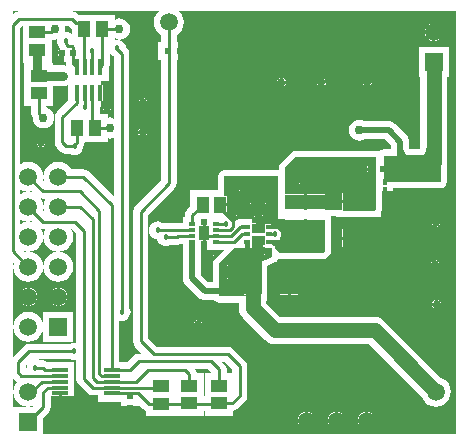
<source format=gtl>
G04 Layer_Physical_Order=1*
G04 Layer_Color=255*
%FSLAX44Y44*%
%MOMM*%
G71*
G01*
G75*
%ADD10R,0.6000X0.5000*%
%ADD11R,0.3000X0.5000*%
%ADD12R,3.4000X1.3000*%
%ADD13R,1.1000X1.4000*%
%ADD14R,0.4500X1.4000*%
%ADD15R,0.4500X1.4000*%
%ADD16R,0.4500X1.4000*%
%ADD17R,1.4000X1.1000*%
%ADD18R,0.4700X0.3500*%
%ADD19R,1.4000X0.3500*%
%ADD20R,0.5000X0.3000*%
%ADD21R,0.9000X1.3000*%
%ADD22R,1.5000X2.8000*%
%ADD23R,2.8000X1.5000*%
%ADD24R,0.5000X0.6000*%
%ADD25C,0.5080*%
%ADD26C,0.2540*%
%ADD27C,0.7620*%
%ADD28C,0.3810*%
%ADD29C,1.2700*%
%ADD30R,4.8387X2.2987*%
%ADD31R,0.3780X0.4630*%
%ADD32R,0.4826X0.3048*%
%ADD33C,0.7620*%
%ADD34C,0.4572*%
%ADD35C,1.5000*%
%ADD36R,1.5000X1.5000*%
%ADD37R,1.5000X1.5000*%
%ADD38C,0.6000*%
G36*
X55620Y351022D02*
X57104Y350030D01*
Y345684D01*
X55658Y346794D01*
X53866Y347536D01*
X51943Y347790D01*
X51095Y347678D01*
X51206Y347945D01*
X51512Y350266D01*
X51225Y352443D01*
X54199D01*
X55620Y351022D01*
D02*
G37*
G36*
X130220Y364953D02*
X128203Y362325D01*
X126936Y359265D01*
X126503Y355981D01*
X126936Y352697D01*
X128203Y349637D01*
X130220Y347009D01*
X132718Y345092D01*
Y338923D01*
X130303D01*
Y323763D01*
X132718D01*
Y222265D01*
X110738Y200285D01*
X109334Y198185D01*
X108842Y195707D01*
Y85979D01*
X109334Y83501D01*
X110738Y81401D01*
X116703Y75435D01*
X113538D01*
X111060Y74943D01*
X108960Y73539D01*
X103584Y68163D01*
X102914D01*
Y68519D01*
X97308D01*
Y103475D01*
X97391Y103441D01*
X99314Y103187D01*
X101237Y103441D01*
X103029Y104183D01*
X104567Y105364D01*
X105748Y106902D01*
X106490Y108694D01*
X106744Y110617D01*
X106490Y112540D01*
X105788Y114235D01*
Y329311D01*
X105296Y331789D01*
X103892Y333889D01*
X102495Y335286D01*
X102426Y335806D01*
X101684Y337598D01*
X100504Y339137D01*
X98965Y340317D01*
X97173Y341059D01*
X95250Y341313D01*
X93327Y341059D01*
X93264Y341033D01*
Y342308D01*
X94961Y341605D01*
X97282Y341299D01*
X99603Y341605D01*
X101765Y342501D01*
X103622Y343926D01*
X105047Y345783D01*
X105943Y347945D01*
X106249Y350266D01*
X105943Y352587D01*
X105047Y354749D01*
X103622Y356606D01*
X101765Y358031D01*
X99603Y358927D01*
X97282Y359233D01*
X94961Y358927D01*
X93264Y358224D01*
Y362219D01*
X62735D01*
X61459Y363495D01*
X59359Y364899D01*
X56881Y365391D01*
X12334D01*
X9856Y364899D01*
X7756Y363495D01*
X7045Y362785D01*
Y365700D01*
X131193D01*
X130220Y364953D01*
D02*
G37*
G36*
X44513Y340360D02*
X44767Y338437D01*
X45509Y336645D01*
X45690Y336409D01*
X45961Y335044D01*
X47365Y332943D01*
X47608Y332700D01*
X45340D01*
Y331470D01*
X48340D01*
Y330200D01*
X49610D01*
Y327700D01*
X50260D01*
Y322620D01*
X51866D01*
Y320989D01*
X52211Y319254D01*
X51463Y319564D01*
X49142Y319870D01*
X40909D01*
Y321356D01*
X36780D01*
Y321772D01*
X39893D01*
Y336772D01*
Y340930D01*
X40822Y341115D01*
X42067Y341362D01*
X42545Y341299D01*
X44674Y341580D01*
X44513Y340360D01*
D02*
G37*
G36*
X89158Y338044D02*
Y338059D01*
X89170D01*
X89158Y338044D01*
D02*
G37*
G36*
X62512Y278898D02*
X62997Y278526D01*
X61114D01*
X62067Y279478D01*
X62512Y278898D01*
D02*
G37*
G36*
X89997Y328629D02*
X91535Y327449D01*
X92363Y327106D01*
X92840Y326629D01*
Y274489D01*
X91348Y275107D01*
X89027Y275413D01*
X87295Y275185D01*
Y278526D01*
X80844D01*
Y283879D01*
X81700D01*
Y288959D01*
X83120D01*
Y302959D01*
X81700D01*
Y305879D01*
X88200D01*
Y316599D01*
X88666Y317295D01*
X89158Y319773D01*
Y329722D01*
X89997Y328629D01*
D02*
G37*
G36*
X13722Y214182D02*
X16782Y212915D01*
X20066Y212482D01*
X23187Y212893D01*
X24551Y211530D01*
X23350Y212027D01*
X20066Y212460D01*
X16782Y212027D01*
X13722Y210760D01*
X13332Y210461D01*
Y214481D01*
X13722Y214182D01*
D02*
G37*
G36*
X15733Y336772D02*
Y321772D01*
X18846D01*
Y321356D01*
X16749D01*
Y300196D01*
Y285196D01*
X22355D01*
Y279273D01*
X22847Y276795D01*
X23931Y275174D01*
X24232Y272888D01*
X25128Y270726D01*
X26553Y268869D01*
X28410Y267444D01*
X30572Y266548D01*
X32893Y266242D01*
X35214Y266548D01*
X37376Y267444D01*
X39233Y268869D01*
X40658Y270726D01*
X41554Y272888D01*
X41860Y275209D01*
X41554Y277530D01*
X40658Y279692D01*
X39233Y281549D01*
X37376Y282974D01*
X35303Y283833D01*
Y285196D01*
X40909D01*
Y300196D01*
Y301936D01*
X49142D01*
X51463Y302242D01*
X53625Y303138D01*
X54040Y303456D01*
Y289764D01*
X44444Y280168D01*
X43040Y278068D01*
X42548Y275590D01*
Y254381D01*
X43040Y251903D01*
X44444Y249803D01*
X47746Y246501D01*
X49846Y245097D01*
X52324Y244605D01*
X55818D01*
X57513Y243903D01*
X59436Y243649D01*
X61359Y243903D01*
X63151Y244645D01*
X64689Y245826D01*
X65870Y247364D01*
X66612Y249156D01*
X66796Y250548D01*
X67697Y251896D01*
X68188Y254366D01*
X87295D01*
Y257707D01*
X89027Y257479D01*
X91348Y257785D01*
X92840Y258403D01*
Y208290D01*
X71380Y229749D01*
X69280Y231153D01*
X66802Y231645D01*
X56355D01*
X54438Y234143D01*
X51810Y236160D01*
X48750Y237427D01*
X45466Y237859D01*
X42182Y237427D01*
X39122Y236160D01*
X36494Y234143D01*
X34477Y231515D01*
X33210Y228455D01*
X32778Y225171D01*
X33210Y221887D01*
X33707Y220686D01*
X32344Y222050D01*
X32754Y225171D01*
X32322Y228455D01*
X31055Y231515D01*
X29038Y234143D01*
X26410Y236160D01*
X23350Y237427D01*
X20066Y237859D01*
X16782Y237427D01*
X13722Y236160D01*
X13332Y235861D01*
Y350759D01*
X15016Y352443D01*
X15733D01*
Y336772D01*
D02*
G37*
G36*
X61077Y206245D02*
X56355D01*
X56156Y206505D01*
X60818D01*
X61077Y206245D01*
D02*
G37*
G36*
X32258Y206505D02*
X34776D01*
X34477Y206115D01*
X33210Y203055D01*
X32778Y199771D01*
X33210Y196487D01*
X33707Y195286D01*
X32344Y196650D01*
X32754Y199771D01*
X32322Y203055D01*
X31055Y206115D01*
X30485Y206857D01*
X32258Y206505D01*
D02*
G37*
G36*
X61802Y193075D02*
X60687Y193297D01*
X61580D01*
X61802Y193075D01*
D02*
G37*
G36*
X13722Y188782D02*
X16782Y187515D01*
X20066Y187083D01*
X23187Y187493D01*
X24551Y186130D01*
X23350Y186627D01*
X20066Y187059D01*
X16782Y186627D01*
X13722Y185360D01*
X13332Y185061D01*
Y189081D01*
X13722Y188782D01*
D02*
G37*
G36*
X32766Y180597D02*
X34428D01*
X33210Y177655D01*
X32778Y174371D01*
X33210Y171087D01*
X34477Y168027D01*
X36494Y165399D01*
X39122Y163382D01*
X42182Y162115D01*
X45466Y161682D01*
X48750Y162115D01*
X51810Y163382D01*
X54438Y165399D01*
X56455Y168027D01*
X57722Y171087D01*
X58155Y174371D01*
X57722Y177655D01*
X56504Y180597D01*
X56754D01*
X60836Y176515D01*
Y84555D01*
X59182Y84773D01*
X57259Y84519D01*
X55564Y83817D01*
X20828D01*
X18350Y83325D01*
X16250Y81921D01*
X7045Y72716D01*
Y152836D01*
X7788Y152092D01*
X7377Y148971D01*
X7810Y145687D01*
X9077Y142627D01*
X11094Y139999D01*
X13722Y137982D01*
X16782Y136715D01*
X20066Y136283D01*
X23350Y136715D01*
X26410Y137982D01*
X29038Y139999D01*
X31055Y142627D01*
X32322Y145687D01*
X32754Y148971D01*
X32322Y152255D01*
X31055Y155315D01*
X29038Y157943D01*
X26410Y159960D01*
X23350Y161227D01*
X20066Y161660D01*
X16945Y161249D01*
X15581Y162612D01*
X16782Y162115D01*
X20066Y161682D01*
X23350Y162115D01*
X26410Y163382D01*
X29038Y165399D01*
X31055Y168027D01*
X32322Y171087D01*
X32754Y174371D01*
X32322Y177655D01*
X31055Y180715D01*
X30854Y180977D01*
X32766Y180597D01*
D02*
G37*
G36*
X18986Y65296D02*
X18732Y63373D01*
X18760Y63163D01*
X17904D01*
Y65263D01*
X19727Y67086D01*
X18986Y65296D01*
D02*
G37*
G36*
X192662Y62215D02*
Y58847D01*
X188084D01*
Y62103D01*
X187592Y64581D01*
X186188Y66681D01*
X184541Y68329D01*
X186548D01*
X192662Y62215D01*
D02*
G37*
G36*
X175136Y59421D02*
Y58847D01*
X169530D01*
Y43847D01*
Y39487D01*
X168544D01*
Y58847D01*
X162778D01*
X162446Y60517D01*
X161129Y62487D01*
X172070D01*
X175136Y59421D01*
D02*
G37*
G36*
X144384Y39487D02*
X144160D01*
Y54867D01*
X144384D01*
Y39487D01*
D02*
G37*
G36*
X382337Y7045D02*
X32646D01*
Y21077D01*
X37344Y25775D01*
X38748Y27875D01*
X39240Y30353D01*
Y39859D01*
X58914D01*
Y44859D01*
Y49859D01*
Y54859D01*
Y68519D01*
X35986D01*
X34736Y69355D01*
X32258Y69847D01*
X29780D01*
X28085Y70549D01*
X26162Y70803D01*
X24239Y70549D01*
X22449Y69808D01*
X23510Y70869D01*
X55564D01*
X57259Y70167D01*
X59182Y69913D01*
X60836Y70131D01*
Y53975D01*
X61328Y51497D01*
X62732Y49397D01*
X70018Y42111D01*
X72118Y40707D01*
X74596Y40215D01*
X78754D01*
Y39859D01*
Y34859D01*
X98973D01*
Y31464D01*
X104053D01*
Y30814D01*
X109053D01*
Y31464D01*
X114133D01*
Y31778D01*
X117476Y28435D01*
X119576Y27031D01*
X120000Y26947D01*
Y22433D01*
X144160D01*
Y26539D01*
X144384D01*
Y22687D01*
X168544D01*
Y26539D01*
X169530D01*
Y22687D01*
X193690D01*
Y26999D01*
X195130Y27285D01*
X197230Y28689D01*
X203714Y35173D01*
X205118Y37273D01*
X205610Y39751D01*
Y64897D01*
X205118Y67375D01*
X203714Y69475D01*
X193808Y79381D01*
X191708Y80785D01*
X189230Y81277D01*
X129174D01*
X121790Y88661D01*
Y193025D01*
X143770Y215005D01*
X145174Y217105D01*
X145666Y219583D01*
Y323763D01*
X146463D01*
Y328843D01*
X147113D01*
Y331343D01*
Y333843D01*
X146463D01*
Y338923D01*
X145666D01*
Y345092D01*
X148164Y347009D01*
X150181Y349637D01*
X151448Y352697D01*
X151881Y355981D01*
X151448Y359265D01*
X150181Y362325D01*
X148164Y364953D01*
X147191Y365700D01*
X382337D01*
Y7045D01*
D02*
G37*
G36*
X9726Y52111D02*
X10674Y51478D01*
X9077Y49397D01*
X7810Y46337D01*
X7377Y43053D01*
X7810Y39769D01*
X9077Y36709D01*
X11094Y34081D01*
X13722Y32064D01*
X16782Y30797D01*
X20066Y30364D01*
X23350Y30797D01*
X24551Y31294D01*
X23490Y30233D01*
X7486D01*
Y7045D01*
X7045D01*
Y54791D01*
X9726Y52111D01*
D02*
G37*
%LPC*%
G36*
X118364Y291668D02*
Y289306D01*
X120726D01*
X120683Y289523D01*
X119841Y290783D01*
X118581Y291625D01*
X118364Y291668D01*
D02*
G37*
G36*
X115824D02*
X115607Y291625D01*
X114347Y290783D01*
X113505Y289523D01*
X113462Y289306D01*
X115824D01*
Y291668D01*
D02*
G37*
G36*
X120726Y286766D02*
X118364D01*
Y284404D01*
X118581Y284447D01*
X119841Y285289D01*
X120683Y286549D01*
X120726Y286766D01*
D02*
G37*
G36*
X115824D02*
X113462D01*
X113505Y286549D01*
X114347Y285289D01*
X115607Y284447D01*
X115824Y284404D01*
Y286766D01*
D02*
G37*
G36*
X118237Y266649D02*
Y264287D01*
X120599D01*
X120556Y264504D01*
X119714Y265764D01*
X118454Y266606D01*
X118237Y266649D01*
D02*
G37*
G36*
X115697D02*
X115480Y266606D01*
X114220Y265764D01*
X113378Y264504D01*
X113335Y264287D01*
X115697D01*
Y266649D01*
D02*
G37*
G36*
X120599Y261747D02*
X118237D01*
Y259385D01*
X118454Y259428D01*
X119714Y260270D01*
X120556Y261530D01*
X120599Y261747D01*
D02*
G37*
G36*
X115697D02*
X113335D01*
X113378Y261530D01*
X114220Y260270D01*
X115480Y259428D01*
X115697Y259385D01*
Y261747D01*
D02*
G37*
G36*
X47070Y328930D02*
X45340D01*
Y327700D01*
X47070D01*
Y328930D01*
D02*
G37*
G36*
X46736Y326767D02*
Y326136D01*
X47367D01*
X47114Y326514D01*
X46736Y326767D01*
D02*
G37*
G36*
X44196D02*
X43818Y326514D01*
X43565Y326136D01*
X44196D01*
Y326767D01*
D02*
G37*
G36*
X47367Y323596D02*
X46736D01*
Y322965D01*
X47114Y323218D01*
X47367Y323596D01*
D02*
G37*
G36*
X44196D02*
X43565D01*
X43818Y323218D01*
X44196Y322965D01*
Y323596D01*
D02*
G37*
G36*
X87884Y287985D02*
Y285623D01*
X90246D01*
X90203Y285840D01*
X89361Y287100D01*
X88101Y287942D01*
X87884Y287985D01*
D02*
G37*
G36*
X85344D02*
X85127Y287942D01*
X83867Y287100D01*
X83025Y285840D01*
X82982Y285623D01*
X85344D01*
Y287985D01*
D02*
G37*
G36*
X90246Y283083D02*
X87884D01*
Y280721D01*
X88101Y280764D01*
X89361Y281606D01*
X90203Y282866D01*
X90246Y283083D01*
D02*
G37*
G36*
X85344D02*
X82982D01*
X83025Y282866D01*
X83867Y281606D01*
X85127Y280764D01*
X85344Y280721D01*
Y283083D01*
D02*
G37*
G36*
X32131Y257886D02*
Y255524D01*
X34493D01*
X34450Y255741D01*
X33608Y257001D01*
X32348Y257843D01*
X32131Y257886D01*
D02*
G37*
G36*
X29591D02*
X29374Y257843D01*
X28114Y257001D01*
X27272Y255741D01*
X27229Y255524D01*
X29591D01*
Y257886D01*
D02*
G37*
G36*
X34493Y252984D02*
X32131D01*
Y250622D01*
X32348Y250665D01*
X33608Y251507D01*
X34450Y252767D01*
X34493Y252984D01*
D02*
G37*
G36*
X29591D02*
X27229D01*
X27272Y252767D01*
X28114Y251507D01*
X29374Y250665D01*
X29591Y250622D01*
Y252984D01*
D02*
G37*
G36*
X45466Y161660D02*
X42182Y161227D01*
X39122Y159960D01*
X36494Y157943D01*
X34477Y155315D01*
X33210Y152255D01*
X32778Y148971D01*
X33210Y145687D01*
X34477Y142627D01*
X36494Y139999D01*
X39122Y137982D01*
X42182Y136715D01*
X45466Y136283D01*
X48750Y136715D01*
X51810Y137982D01*
X54438Y139999D01*
X56455Y142627D01*
X57722Y145687D01*
X58155Y148971D01*
X57722Y152255D01*
X56455Y155315D01*
X54438Y157943D01*
X51810Y159960D01*
X48750Y161227D01*
X45466Y161660D01*
D02*
G37*
G36*
X46736Y130969D02*
Y124841D01*
X52863D01*
X52773Y125529D01*
X52017Y127353D01*
X50815Y128920D01*
X49248Y130122D01*
X47424Y130878D01*
X46736Y130969D01*
D02*
G37*
G36*
X21336D02*
Y124841D01*
X27464D01*
X27373Y125529D01*
X26617Y127353D01*
X25415Y128920D01*
X23848Y130122D01*
X22024Y130878D01*
X21336Y130969D01*
D02*
G37*
G36*
X44196D02*
X43508Y130878D01*
X41684Y130122D01*
X40117Y128920D01*
X38915Y127353D01*
X38159Y125529D01*
X38068Y124841D01*
X44196D01*
Y130969D01*
D02*
G37*
G36*
X18796D02*
X18108Y130878D01*
X16284Y130122D01*
X14717Y128920D01*
X13515Y127353D01*
X12759Y125529D01*
X12668Y124841D01*
X18796D01*
Y130969D01*
D02*
G37*
G36*
X52863Y122301D02*
X46736D01*
Y116173D01*
X47424Y116264D01*
X49248Y117020D01*
X50815Y118222D01*
X52017Y119789D01*
X52773Y121613D01*
X52863Y122301D01*
D02*
G37*
G36*
X27464D02*
X21336D01*
Y116173D01*
X22024Y116264D01*
X23848Y117020D01*
X25415Y118222D01*
X26617Y119789D01*
X27373Y121613D01*
X27464Y122301D01*
D02*
G37*
G36*
X44196D02*
X38068D01*
X38159Y121613D01*
X38915Y119789D01*
X40117Y118222D01*
X41684Y117020D01*
X43508Y116264D01*
X44196Y116173D01*
Y122301D01*
D02*
G37*
G36*
X18796D02*
X12668D01*
X12759Y121613D01*
X13515Y119789D01*
X14717Y118222D01*
X16284Y117020D01*
X18108Y116264D01*
X18796Y116173D01*
Y122301D01*
D02*
G37*
G36*
X58046Y110751D02*
X32886D01*
Y85591D01*
X58046D01*
Y110751D01*
D02*
G37*
G36*
X20066Y110859D02*
X16782Y110427D01*
X13722Y109160D01*
X11094Y107143D01*
X9077Y104515D01*
X7810Y101455D01*
X7377Y98171D01*
X7810Y94887D01*
X9077Y91827D01*
X11094Y89199D01*
X13722Y87182D01*
X16782Y85915D01*
X20066Y85483D01*
X23350Y85915D01*
X26410Y87182D01*
X29038Y89199D01*
X31055Y91827D01*
X32322Y94887D01*
X32754Y98171D01*
X32322Y101455D01*
X31055Y104515D01*
X29038Y107143D01*
X26410Y109160D01*
X23350Y110427D01*
X20066Y110859D01*
D02*
G37*
G36*
X172092Y363481D02*
X165862D01*
Y357251D01*
X172092D01*
Y363481D01*
D02*
G37*
G36*
X163322D02*
X157092D01*
Y357251D01*
X163322D01*
Y363481D01*
D02*
G37*
G36*
X364744Y354996D02*
Y348869D01*
X370872D01*
X370781Y349557D01*
X370025Y351381D01*
X368823Y352948D01*
X367256Y354150D01*
X365432Y354906D01*
X364744Y354996D01*
D02*
G37*
G36*
X362204D02*
X361516Y354906D01*
X359692Y354150D01*
X358125Y352948D01*
X356923Y351381D01*
X356167Y349557D01*
X356077Y348869D01*
X362204D01*
Y354996D01*
D02*
G37*
G36*
X172092Y354711D02*
X165862D01*
Y348481D01*
X172092D01*
Y354711D01*
D02*
G37*
G36*
X163322D02*
X157092D01*
Y348481D01*
X163322D01*
Y354711D01*
D02*
G37*
G36*
X370872Y346329D02*
X364744D01*
Y340201D01*
X365432Y340292D01*
X367256Y341048D01*
X368823Y342250D01*
X370025Y343817D01*
X370781Y345641D01*
X370872Y346329D01*
D02*
G37*
G36*
X362204D02*
X356077D01*
X356167Y345641D01*
X356923Y343817D01*
X358125Y342250D01*
X359692Y341048D01*
X361516Y340292D01*
X362204Y340201D01*
Y346329D01*
D02*
G37*
G36*
X151383Y333843D02*
X149653D01*
Y332613D01*
X151383D01*
Y333843D01*
D02*
G37*
G36*
Y330073D02*
X149653D01*
Y328843D01*
X151383D01*
Y330073D01*
D02*
G37*
G36*
X308356Y309067D02*
Y306705D01*
X310718D01*
X310675Y306922D01*
X309833Y308182D01*
X308573Y309024D01*
X308356Y309067D01*
D02*
G37*
G36*
X305816D02*
X305599Y309024D01*
X304339Y308182D01*
X303497Y306922D01*
X303454Y306705D01*
X305816D01*
Y309067D01*
D02*
G37*
G36*
X269621D02*
Y306705D01*
X271983D01*
X271940Y306922D01*
X271098Y308182D01*
X269838Y309024D01*
X269621Y309067D01*
D02*
G37*
G36*
X267081D02*
X266864Y309024D01*
X265604Y308182D01*
X264762Y306922D01*
X264719Y306705D01*
X267081D01*
Y309067D01*
D02*
G37*
G36*
X235712Y308559D02*
Y306197D01*
X238074D01*
X238031Y306414D01*
X237189Y307674D01*
X235929Y308516D01*
X235712Y308559D01*
D02*
G37*
G36*
X233172D02*
X232955Y308516D01*
X231695Y307674D01*
X230853Y306414D01*
X230810Y306197D01*
X233172D01*
Y308559D01*
D02*
G37*
G36*
X310718Y304165D02*
X308356D01*
Y301803D01*
X308573Y301846D01*
X309833Y302688D01*
X310675Y303948D01*
X310718Y304165D01*
D02*
G37*
G36*
X305816D02*
X303454D01*
X303497Y303948D01*
X304339Y302688D01*
X305599Y301846D01*
X305816Y301803D01*
Y304165D01*
D02*
G37*
G36*
X271983D02*
X269621D01*
Y301803D01*
X269838Y301846D01*
X271098Y302688D01*
X271940Y303948D01*
X271983Y304165D01*
D02*
G37*
G36*
X267081D02*
X264719D01*
X264762Y303948D01*
X265604Y302688D01*
X266864Y301846D01*
X267081Y301803D01*
Y304165D01*
D02*
G37*
G36*
X238074Y303657D02*
X235712D01*
Y301295D01*
X235929Y301338D01*
X237189Y302180D01*
X238031Y303440D01*
X238074Y303657D01*
D02*
G37*
G36*
X233172D02*
X230810D01*
X230853Y303440D01*
X231695Y302180D01*
X232955Y301338D01*
X233172Y301295D01*
Y303657D01*
D02*
G37*
G36*
X376054Y334779D02*
X350894D01*
Y309619D01*
X351945D01*
Y248638D01*
X342585D01*
Y254889D01*
X342323Y256878D01*
X341780Y258189D01*
X341555Y258732D01*
X340334Y260324D01*
X330555Y270103D01*
X328963Y271324D01*
X328420Y271549D01*
X327109Y272092D01*
X325120Y272354D01*
X304942D01*
X304838Y272433D01*
X302676Y273329D01*
X300355Y273635D01*
X298034Y273329D01*
X295872Y272433D01*
X294015Y271008D01*
X292590Y269151D01*
X291694Y266989D01*
X291388Y264668D01*
X291694Y262347D01*
X292590Y260185D01*
X294015Y258328D01*
X295872Y256903D01*
X298034Y256007D01*
X300355Y255701D01*
X302676Y256007D01*
X304838Y256903D01*
X304942Y256982D01*
X321936D01*
X327213Y251705D01*
Y248638D01*
X320929D01*
X318947Y248244D01*
X317267Y247122D01*
X316746Y246342D01*
X316180Y246720D01*
X314198Y247115D01*
X246380D01*
X246380Y247115D01*
X244398Y246720D01*
X242717Y245597D01*
X234081Y236961D01*
X233827Y236707D01*
X232705Y235027D01*
X232311Y233045D01*
Y230422D01*
X231394Y230604D01*
X186036D01*
X184054Y230210D01*
X182374Y229088D01*
X181251Y227407D01*
X180856Y225425D01*
Y213629D01*
X157180D01*
Y200125D01*
X154332Y197277D01*
X152928Y195177D01*
X152436Y192699D01*
Y191499D01*
X151330D01*
Y186433D01*
X133158D01*
X131463Y187135D01*
X129540Y187389D01*
X127617Y187135D01*
X125825Y186393D01*
X124286Y185212D01*
X123106Y183674D01*
X122364Y181882D01*
X122110Y179959D01*
X122364Y178036D01*
X123106Y176244D01*
X124286Y174706D01*
X125825Y173525D01*
X127617Y172783D01*
X129396Y172549D01*
X129476Y171940D01*
X130218Y170148D01*
X131398Y168610D01*
X132937Y167429D01*
X134729Y166687D01*
X136652Y166433D01*
X138575Y166687D01*
X140270Y167389D01*
X145796D01*
X148274Y167881D01*
X149116Y168445D01*
X151285D01*
Y165591D01*
X151224Y165133D01*
Y139159D01*
X151486Y137170D01*
X152254Y135316D01*
X153475Y133724D01*
X163983Y123216D01*
X163983Y123216D01*
X164674Y122686D01*
X165575Y121995D01*
X166886Y121452D01*
X167429Y121227D01*
X167660Y121197D01*
X169418Y120965D01*
X169418Y120965D01*
X177411D01*
X177948Y120162D01*
X179628Y119040D01*
X181610Y118645D01*
X198523D01*
Y113925D01*
X198916Y110941D01*
X199591Y109312D01*
X200068Y108161D01*
X201900Y105773D01*
X220702Y86971D01*
X223090Y85139D01*
X224241Y84662D01*
X225870Y83987D01*
X228854Y83594D01*
X228854Y83594D01*
X308661D01*
X353536Y38719D01*
X354263Y36963D01*
X356280Y34335D01*
X358908Y32318D01*
X361968Y31051D01*
X365252Y30619D01*
X368536Y31051D01*
X371596Y32318D01*
X374224Y34335D01*
X376241Y36963D01*
X377508Y40023D01*
X377940Y43307D01*
X377508Y46591D01*
X376241Y49651D01*
X374224Y52279D01*
X371596Y54296D01*
X369840Y55023D01*
X321588Y103275D01*
X319200Y105107D01*
X318049Y105584D01*
X316420Y106259D01*
X313436Y106652D01*
X233629D01*
X221581Y118700D01*
Y119985D01*
X222632D01*
Y149804D01*
X228937Y152625D01*
X229703Y153168D01*
X230485Y153691D01*
X230525Y153752D01*
X230585Y153794D01*
X231085Y154590D01*
X231607Y155371D01*
X231622Y155443D01*
X231661Y155506D01*
X231689Y155669D01*
X232664Y155476D01*
X269494D01*
X271476Y155870D01*
X273157Y156993D01*
X275189Y159024D01*
X276311Y160705D01*
X276705Y162687D01*
Y189611D01*
X276588Y190202D01*
Y192052D01*
X280894D01*
Y191515D01*
X319054D01*
Y195350D01*
X319377Y196977D01*
Y213090D01*
X320953D01*
Y211170D01*
X323953D01*
Y213090D01*
X329033D01*
Y215292D01*
X369316D01*
X371298Y215687D01*
X372979Y216810D01*
X374101Y218490D01*
X374496Y220472D01*
Y234103D01*
X374610Y234379D01*
X375003Y237363D01*
Y309619D01*
X376054D01*
Y334779D01*
D02*
G37*
G36*
X366395Y190322D02*
Y187960D01*
X368757D01*
X368714Y188177D01*
X367872Y189437D01*
X366612Y190279D01*
X366395Y190322D01*
D02*
G37*
G36*
X363855D02*
X363638Y190279D01*
X362378Y189437D01*
X361536Y188177D01*
X361493Y187960D01*
X363855D01*
Y190322D01*
D02*
G37*
G36*
X368757Y185420D02*
X366395D01*
Y183058D01*
X366612Y183101D01*
X367872Y183943D01*
X368714Y185203D01*
X368757Y185420D01*
D02*
G37*
G36*
X363855D02*
X361493D01*
X361536Y185203D01*
X362378Y183943D01*
X363638Y183101D01*
X363855Y183058D01*
Y185420D01*
D02*
G37*
G36*
X313974Y180595D02*
X301244D01*
Y174365D01*
X313974D01*
Y180595D01*
D02*
G37*
G36*
X298704D02*
X285974D01*
Y174365D01*
X298704D01*
Y180595D01*
D02*
G37*
G36*
X313974Y171825D02*
X301244D01*
Y165595D01*
X313974D01*
Y171825D01*
D02*
G37*
G36*
X298704D02*
X285974D01*
Y165595D01*
X298704D01*
Y171825D01*
D02*
G37*
G36*
X365633Y154381D02*
Y152019D01*
X367995D01*
X367952Y152236D01*
X367110Y153496D01*
X365850Y154338D01*
X365633Y154381D01*
D02*
G37*
G36*
X363093D02*
X362876Y154338D01*
X361616Y153496D01*
X360774Y152236D01*
X360731Y152019D01*
X363093D01*
Y154381D01*
D02*
G37*
G36*
X367995Y149479D02*
X365633D01*
Y147117D01*
X365850Y147160D01*
X367110Y148002D01*
X367952Y149262D01*
X367995Y149479D01*
D02*
G37*
G36*
X363093D02*
X360731D01*
X360774Y149262D01*
X361616Y148002D01*
X362876Y147160D01*
X363093Y147117D01*
Y149479D01*
D02*
G37*
G36*
X248552Y153065D02*
X242322D01*
Y140335D01*
X248552D01*
Y153065D01*
D02*
G37*
G36*
X239782D02*
X233552D01*
Y140335D01*
X239782D01*
Y153065D01*
D02*
G37*
G36*
X248552Y137795D02*
X242322D01*
Y125065D01*
X248552D01*
Y137795D01*
D02*
G37*
G36*
X239782D02*
X233552D01*
Y125065D01*
X239782D01*
Y137795D01*
D02*
G37*
G36*
X367030Y120599D02*
Y118237D01*
X369392D01*
X369349Y118454D01*
X368507Y119714D01*
X367247Y120556D01*
X367030Y120599D01*
D02*
G37*
G36*
X364490D02*
X364273Y120556D01*
X363013Y119714D01*
X362171Y118454D01*
X362128Y118237D01*
X364490D01*
Y120599D01*
D02*
G37*
G36*
X369392Y115697D02*
X367030D01*
Y113335D01*
X367247Y113378D01*
X368507Y114220D01*
X369349Y115480D01*
X369392Y115697D01*
D02*
G37*
G36*
X364490D02*
X362128D01*
X362171Y115480D01*
X363013Y114220D01*
X364273Y113378D01*
X364490Y113335D01*
Y115697D01*
D02*
G37*
G36*
X165227Y103708D02*
Y101346D01*
X167589D01*
X167546Y101563D01*
X166704Y102823D01*
X165444Y103665D01*
X165227Y103708D01*
D02*
G37*
G36*
X162687D02*
X162470Y103665D01*
X161210Y102823D01*
X160368Y101563D01*
X160325Y101346D01*
X162687D01*
Y103708D01*
D02*
G37*
G36*
X167589Y98806D02*
X165227D01*
Y96444D01*
X165444Y96487D01*
X166704Y97329D01*
X167546Y98589D01*
X167589Y98806D01*
D02*
G37*
G36*
X162687D02*
X160325D01*
X160368Y98589D01*
X161210Y97329D01*
X162470Y96487D01*
X162687Y96444D01*
Y98806D01*
D02*
G37*
G36*
X109053Y28274D02*
X107823D01*
Y26544D01*
X109053D01*
Y28274D01*
D02*
G37*
G36*
X105283D02*
X104053D01*
Y26544D01*
X105283D01*
Y28274D01*
D02*
G37*
G36*
X307848Y26067D02*
Y19939D01*
X313976D01*
X313885Y20627D01*
X313129Y22451D01*
X311927Y24018D01*
X310360Y25220D01*
X308536Y25976D01*
X307848Y26067D01*
D02*
G37*
G36*
X305308D02*
X304620Y25976D01*
X302796Y25220D01*
X301229Y24018D01*
X300027Y22451D01*
X299271Y20627D01*
X299181Y19939D01*
X305308D01*
Y26067D01*
D02*
G37*
G36*
X282448D02*
Y19939D01*
X288575D01*
X288485Y20627D01*
X287729Y22451D01*
X286527Y24018D01*
X284960Y25220D01*
X283136Y25976D01*
X282448Y26067D01*
D02*
G37*
G36*
X279908D02*
X279220Y25976D01*
X277396Y25220D01*
X275829Y24018D01*
X274627Y22451D01*
X273871Y20627D01*
X273780Y19939D01*
X279908D01*
Y26067D01*
D02*
G37*
G36*
X257048D02*
Y19939D01*
X263176D01*
X263085Y20627D01*
X262329Y22451D01*
X261127Y24018D01*
X259560Y25220D01*
X257736Y25976D01*
X257048Y26067D01*
D02*
G37*
G36*
X254508D02*
X253820Y25976D01*
X251996Y25220D01*
X250429Y24018D01*
X249227Y22451D01*
X248471Y20627D01*
X248381Y19939D01*
X254508D01*
Y26067D01*
D02*
G37*
G36*
X237878Y26169D02*
X231648D01*
Y19939D01*
X237878D01*
Y26169D01*
D02*
G37*
G36*
X229108D02*
X222878D01*
Y19939D01*
X229108D01*
Y26169D01*
D02*
G37*
G36*
X372752Y25407D02*
X366522D01*
Y19177D01*
X372752D01*
Y25407D01*
D02*
G37*
G36*
X363982D02*
X357752D01*
Y19177D01*
X363982D01*
Y25407D01*
D02*
G37*
G36*
X313976Y17399D02*
X307848D01*
Y11272D01*
X308536Y11362D01*
X310360Y12118D01*
X311927Y13320D01*
X313129Y14887D01*
X313885Y16711D01*
X313976Y17399D01*
D02*
G37*
G36*
X305308D02*
X299181D01*
X299271Y16711D01*
X300027Y14887D01*
X301229Y13320D01*
X302796Y12118D01*
X304620Y11362D01*
X305308Y11272D01*
Y17399D01*
D02*
G37*
G36*
X288575D02*
X282448D01*
Y11272D01*
X283136Y11362D01*
X284960Y12118D01*
X286527Y13320D01*
X287729Y14887D01*
X288485Y16711D01*
X288575Y17399D01*
D02*
G37*
G36*
X279908D02*
X273780D01*
X273871Y16711D01*
X274627Y14887D01*
X275829Y13320D01*
X277396Y12118D01*
X279220Y11362D01*
X279908Y11272D01*
Y17399D01*
D02*
G37*
G36*
X263176D02*
X257048D01*
Y11272D01*
X257736Y11362D01*
X259560Y12118D01*
X261127Y13320D01*
X262329Y14887D01*
X263085Y16711D01*
X263176Y17399D01*
D02*
G37*
G36*
X254508D02*
X248381D01*
X248471Y16711D01*
X249227Y14887D01*
X250429Y13320D01*
X251996Y12118D01*
X253820Y11362D01*
X254508Y11272D01*
Y17399D01*
D02*
G37*
G36*
X237878D02*
X231648D01*
Y11169D01*
X237878D01*
Y17399D01*
D02*
G37*
G36*
X229108D02*
X222878D01*
Y11169D01*
X229108D01*
Y17399D01*
D02*
G37*
G36*
X372752Y16637D02*
X366522D01*
Y10407D01*
X372752D01*
Y16637D01*
D02*
G37*
G36*
X363982D02*
X357752D01*
Y10407D01*
X363982D01*
Y16637D01*
D02*
G37*
%LPD*%
G36*
X369823Y237702D02*
X369475Y235055D01*
X369482Y234939D01*
X369316Y234103D01*
Y221361D01*
X369189Y221234D01*
X369316Y221107D01*
Y220982D01*
X369231Y220557D01*
X368806Y220472D01*
X337030D01*
X336296Y221206D01*
X334899Y220726D01*
Y245999D01*
X334010Y246888D01*
X336804Y249682D01*
X337405D01*
Y248638D01*
X337799Y246656D01*
X338922Y244976D01*
X340603Y243853D01*
X342585Y243459D01*
X351945D01*
X353927Y243853D01*
X355608Y244976D01*
X356731Y246656D01*
X357125Y248638D01*
Y249682D01*
X369823D01*
Y237702D01*
D02*
G37*
G36*
X314198Y196977D02*
X313974Y196753D01*
Y202825D01*
X299974D01*
X285974D01*
Y197231D01*
X237490D01*
Y197485D01*
Y233045D01*
X237744Y233299D01*
X246380Y241935D01*
X314198D01*
Y196977D01*
D02*
G37*
G36*
X203130Y183233D02*
X200276D01*
Y184459D01*
X200418Y184554D01*
X203130D01*
Y183233D01*
D02*
G37*
G36*
X231394Y189611D02*
X271526D01*
Y162687D01*
X269494Y160655D01*
X232664D01*
Y161417D01*
X229361Y164720D01*
X229316Y164944D01*
X229228Y165424D01*
X229218Y165439D01*
X229215Y165456D01*
X228943Y165862D01*
X228677Y166272D01*
X228663Y166282D01*
X228653Y166296D01*
X228248Y166567D01*
X227845Y166844D01*
X227827Y166848D01*
X227813Y166858D01*
X227334Y166953D01*
X227073Y167008D01*
X226060Y168021D01*
Y168153D01*
X226130D01*
Y168633D01*
X223780D01*
Y171173D01*
X226130D01*
Y171577D01*
X228633D01*
X229108Y171483D01*
X229583Y171577D01*
X233426D01*
Y172085D01*
Y174179D01*
X233654Y174520D01*
X234028Y176403D01*
X233654Y178286D01*
X233426Y178627D01*
Y179451D01*
X232664Y180213D01*
X231648Y181229D01*
X229583D01*
X229108Y181324D01*
X228633Y181229D01*
X226130D01*
Y181633D01*
X223780D01*
Y184173D01*
X226130D01*
Y184653D01*
X225806D01*
Y185103D01*
X220130Y185103D01*
Y180693D01*
Y177403D01*
X209130D01*
Y185103D01*
X212910D01*
Y189733D01*
X198050D01*
Y189081D01*
X197062Y188885D01*
X194962Y187481D01*
X194552Y187071D01*
X193040D01*
X191388Y188723D01*
X191185Y189026D01*
X190882Y189229D01*
X186036Y194075D01*
Y194549D01*
X188260D01*
Y200279D01*
X182760D01*
Y202819D01*
X188260D01*
Y208549D01*
X186036D01*
Y225425D01*
X231394D01*
Y189611D01*
D02*
G37*
G36*
X171330Y183919D02*
X170180D01*
Y177419D01*
Y170919D01*
X171330D01*
Y163339D01*
X186113D01*
X177948Y155174D01*
X176825Y153493D01*
X176430Y151511D01*
Y136337D01*
X172602D01*
X166596Y142343D01*
Y165133D01*
X166490Y165936D01*
Y168339D01*
Y170919D01*
X167640D01*
Y177419D01*
Y183919D01*
X166490D01*
Y189469D01*
X171330D01*
Y183919D01*
D02*
G37*
G36*
X220130Y167703D02*
X218890D01*
Y165613D01*
X220130D01*
Y164553D01*
X226822Y164465D01*
Y157353D01*
X217237Y153065D01*
X211322D01*
Y139065D01*
Y125065D01*
X217170D01*
Y123825D01*
X181610D01*
Y151511D01*
X194564Y164465D01*
X209296D01*
Y167537D01*
X209130Y167703D01*
Y175403D01*
X220130D01*
Y167703D01*
D02*
G37*
%LPC*%
G36*
X302260Y236089D02*
Y235458D01*
X302891D01*
X302638Y235836D01*
X302260Y236089D01*
D02*
G37*
G36*
X299720D02*
X299342Y235836D01*
X299089Y235458D01*
X299720D01*
Y236089D01*
D02*
G37*
G36*
X270002Y235200D02*
Y234569D01*
X270633D01*
X270380Y234947D01*
X270002Y235200D01*
D02*
G37*
G36*
X267462D02*
X267084Y234947D01*
X266831Y234569D01*
X267462D01*
Y235200D01*
D02*
G37*
G36*
X313214Y233894D02*
X311484D01*
Y232664D01*
X313214D01*
Y233894D01*
D02*
G37*
G36*
X308944D02*
X307214D01*
Y232664D01*
X308944D01*
Y233894D01*
D02*
G37*
G36*
X302891Y232918D02*
X302260D01*
Y232287D01*
X302638Y232540D01*
X302891Y232918D01*
D02*
G37*
G36*
X299720D02*
X299089D01*
X299342Y232540D01*
X299720Y232287D01*
Y232918D01*
D02*
G37*
G36*
X270633Y232029D02*
X270002D01*
Y231398D01*
X270380Y231651D01*
X270633Y232029D01*
D02*
G37*
G36*
X267462D02*
X266831D01*
X267084Y231651D01*
X267462Y231398D01*
Y232029D01*
D02*
G37*
G36*
X313214Y230124D02*
X311484D01*
Y228894D01*
X313214D01*
Y230124D01*
D02*
G37*
G36*
X308944D02*
X307214D01*
Y228894D01*
X308944D01*
Y230124D01*
D02*
G37*
G36*
X252603Y223135D02*
Y222504D01*
X253234D01*
X252981Y222882D01*
X252603Y223135D01*
D02*
G37*
G36*
X250063D02*
X249685Y222882D01*
X249432Y222504D01*
X250063D01*
Y223135D01*
D02*
G37*
G36*
X270256Y223008D02*
Y222377D01*
X270887D01*
X270634Y222755D01*
X270256Y223008D01*
D02*
G37*
G36*
X267716D02*
X267338Y222755D01*
X267085Y222377D01*
X267716D01*
Y223008D01*
D02*
G37*
G36*
X253234Y219964D02*
X252603D01*
Y219333D01*
X252981Y219586D01*
X253234Y219964D01*
D02*
G37*
G36*
X250063D02*
X249432D01*
X249685Y219586D01*
X250063Y219333D01*
Y219964D01*
D02*
G37*
G36*
X270887Y219837D02*
X270256D01*
Y219206D01*
X270634Y219459D01*
X270887Y219837D01*
D02*
G37*
G36*
X267716D02*
X267085D01*
X267338Y219459D01*
X267716Y219206D01*
Y219837D01*
D02*
G37*
G36*
X313974Y211595D02*
X301244D01*
Y205365D01*
X313974D01*
Y211595D01*
D02*
G37*
G36*
X298704D02*
X285974D01*
Y205365D01*
X298704D01*
Y211595D01*
D02*
G37*
G36*
X271508Y210421D02*
X255778D01*
Y205191D01*
X271508D01*
Y210421D01*
D02*
G37*
G36*
X253238D02*
X237508D01*
Y205191D01*
X253238D01*
Y210421D01*
D02*
G37*
G36*
X271508Y202651D02*
X255778D01*
Y197421D01*
X271508D01*
Y202651D01*
D02*
G37*
G36*
X253238D02*
X237508D01*
Y197421D01*
X253238D01*
Y202651D01*
D02*
G37*
G36*
X223520Y217420D02*
Y216789D01*
X224151D01*
X223898Y217167D01*
X223520Y217420D01*
D02*
G37*
G36*
X220980D02*
X220602Y217167D01*
X220349Y216789D01*
X220980D01*
Y217420D01*
D02*
G37*
G36*
X210820D02*
Y216789D01*
X211451D01*
X211198Y217167D01*
X210820Y217420D01*
D02*
G37*
G36*
X208280D02*
X207902Y217167D01*
X207649Y216789D01*
X208280D01*
Y217420D01*
D02*
G37*
G36*
X198882Y217166D02*
Y216535D01*
X199513D01*
X199260Y216913D01*
X198882Y217166D01*
D02*
G37*
G36*
X196342D02*
X195964Y216913D01*
X195711Y216535D01*
X196342D01*
Y217166D01*
D02*
G37*
G36*
X224151Y214249D02*
X223520D01*
Y213618D01*
X223898Y213871D01*
X224151Y214249D01*
D02*
G37*
G36*
X220980D02*
X220349D01*
X220602Y213871D01*
X220980Y213618D01*
Y214249D01*
D02*
G37*
G36*
X211451D02*
X210820D01*
Y213618D01*
X211198Y213871D01*
X211451Y214249D01*
D02*
G37*
G36*
X208280D02*
X207649D01*
X207902Y213871D01*
X208280Y213618D01*
Y214249D01*
D02*
G37*
G36*
X199513Y213995D02*
X198882D01*
Y213364D01*
X199260Y213617D01*
X199513Y213995D01*
D02*
G37*
G36*
X196342D02*
X195711D01*
X195964Y213617D01*
X196342Y213364D01*
Y213995D01*
D02*
G37*
G36*
X224028Y205736D02*
Y205105D01*
X224659D01*
X224406Y205483D01*
X224028Y205736D01*
D02*
G37*
G36*
X221488D02*
X221110Y205483D01*
X220857Y205105D01*
X221488D01*
Y205736D01*
D02*
G37*
G36*
X211328D02*
Y205105D01*
X211959D01*
X211706Y205483D01*
X211328Y205736D01*
D02*
G37*
G36*
X208788D02*
X208410Y205483D01*
X208157Y205105D01*
X208788D01*
Y205736D01*
D02*
G37*
G36*
X199390Y205482D02*
Y204851D01*
X200021D01*
X199768Y205229D01*
X199390Y205482D01*
D02*
G37*
G36*
X196850D02*
X196472Y205229D01*
X196219Y204851D01*
X196850D01*
Y205482D01*
D02*
G37*
G36*
X224659Y202565D02*
X224028D01*
Y201934D01*
X224406Y202187D01*
X224659Y202565D01*
D02*
G37*
G36*
X221488D02*
X220857D01*
X221110Y202187D01*
X221488Y201934D01*
Y202565D01*
D02*
G37*
G36*
X211959D02*
X211328D01*
Y201934D01*
X211706Y202187D01*
X211959Y202565D01*
D02*
G37*
G36*
X208788D02*
X208157D01*
X208410Y202187D01*
X208788Y201934D01*
Y202565D01*
D02*
G37*
G36*
X200021Y202311D02*
X199390D01*
Y201680D01*
X199768Y201933D01*
X200021Y202311D01*
D02*
G37*
G36*
X196850D02*
X196219D01*
X196472Y201933D01*
X196850Y201680D01*
Y202311D01*
D02*
G37*
G36*
X199390Y195830D02*
Y195199D01*
X200021D01*
X199768Y195577D01*
X199390Y195830D01*
D02*
G37*
G36*
X196850D02*
X196472Y195577D01*
X196219Y195199D01*
X196850D01*
Y195830D01*
D02*
G37*
G36*
X221488Y195576D02*
Y194945D01*
X222119D01*
X221866Y195323D01*
X221488Y195576D01*
D02*
G37*
G36*
X218948D02*
X218570Y195323D01*
X218317Y194945D01*
X218948D01*
Y195576D01*
D02*
G37*
G36*
X211328Y195322D02*
Y194691D01*
X211959D01*
X211706Y195069D01*
X211328Y195322D01*
D02*
G37*
G36*
X208788D02*
X208410Y195069D01*
X208157Y194691D01*
X208788D01*
Y195322D01*
D02*
G37*
G36*
X200021Y192659D02*
X199390D01*
Y192028D01*
X199768Y192281D01*
X200021Y192659D01*
D02*
G37*
G36*
X196850D02*
X196219D01*
X196472Y192281D01*
X196850Y192028D01*
Y192659D01*
D02*
G37*
G36*
X222119Y192405D02*
X221488D01*
Y191774D01*
X221866Y192027D01*
X222119Y192405D01*
D02*
G37*
G36*
X218948D02*
X218317D01*
X218570Y192027D01*
X218948Y191774D01*
Y192405D01*
D02*
G37*
G36*
X211959Y192151D02*
X211328D01*
Y191520D01*
X211706Y191773D01*
X211959Y192151D01*
D02*
G37*
G36*
X208788D02*
X208157D01*
X208410Y191773D01*
X208788Y191520D01*
Y192151D01*
D02*
G37*
G36*
X271508Y189421D02*
X255778D01*
Y184191D01*
X271508D01*
Y189421D01*
D02*
G37*
G36*
X253238D02*
X237508D01*
Y184191D01*
X253238D01*
Y189421D01*
D02*
G37*
G36*
X271508Y181651D02*
X255778D01*
Y176421D01*
X271508D01*
Y181651D01*
D02*
G37*
G36*
X253238D02*
X237508D01*
Y176421D01*
X253238D01*
Y181651D01*
D02*
G37*
G36*
X266954Y166620D02*
Y165989D01*
X267585D01*
X267332Y166367D01*
X266954Y166620D01*
D02*
G37*
G36*
X264414D02*
X264036Y166367D01*
X263783Y165989D01*
X264414D01*
Y166620D01*
D02*
G37*
G36*
X258064D02*
Y165989D01*
X258695D01*
X258442Y166367D01*
X258064Y166620D01*
D02*
G37*
G36*
X255524D02*
X255146Y166367D01*
X254893Y165989D01*
X255524D01*
Y166620D01*
D02*
G37*
G36*
X248920D02*
Y165989D01*
X249551D01*
X249298Y166367D01*
X248920Y166620D01*
D02*
G37*
G36*
X246380D02*
X246002Y166367D01*
X245749Y165989D01*
X246380D01*
Y166620D01*
D02*
G37*
G36*
X237998D02*
Y165989D01*
X238629D01*
X238376Y166367D01*
X237998Y166620D01*
D02*
G37*
G36*
X235458D02*
X235080Y166367D01*
X234827Y165989D01*
X235458D01*
Y166620D01*
D02*
G37*
G36*
X267585Y163449D02*
X266954D01*
Y162818D01*
X267332Y163071D01*
X267585Y163449D01*
D02*
G37*
G36*
X264414D02*
X263783D01*
X264036Y163071D01*
X264414Y162818D01*
Y163449D01*
D02*
G37*
G36*
X258695D02*
X258064D01*
Y162818D01*
X258442Y163071D01*
X258695Y163449D01*
D02*
G37*
G36*
X255524D02*
X254893D01*
X255146Y163071D01*
X255524Y162818D01*
Y163449D01*
D02*
G37*
G36*
X249551D02*
X248920D01*
Y162818D01*
X249298Y163071D01*
X249551Y163449D01*
D02*
G37*
G36*
X246380D02*
X245749D01*
X246002Y163071D01*
X246380Y162818D01*
Y163449D01*
D02*
G37*
G36*
X238629D02*
X237998D01*
Y162818D01*
X238376Y163071D01*
X238629Y163449D01*
D02*
G37*
G36*
X235458D02*
X234827D01*
X235080Y163071D01*
X235458Y162818D01*
Y163449D01*
D02*
G37*
G36*
X180095Y162048D02*
Y161417D01*
X180725D01*
X180473Y161795D01*
X180095Y162048D01*
D02*
G37*
G36*
X177554D02*
X177176Y161795D01*
X176924Y161417D01*
X177554D01*
Y162048D01*
D02*
G37*
G36*
X171073D02*
Y161417D01*
X171704D01*
X171451Y161795D01*
X171073Y162048D01*
D02*
G37*
G36*
X168533D02*
X168155Y161795D01*
X167903Y161417D01*
X168533D01*
Y162048D01*
D02*
G37*
G36*
X180725Y158877D02*
X180095D01*
Y158246D01*
X180473Y158499D01*
X180725Y158877D01*
D02*
G37*
G36*
X177554D02*
X176924D01*
X177176Y158499D01*
X177554Y158246D01*
Y158877D01*
D02*
G37*
G36*
X171704D02*
X171073D01*
Y158246D01*
X171451Y158499D01*
X171704Y158877D01*
D02*
G37*
G36*
X168533D02*
X167903D01*
X168155Y158499D01*
X168533Y158246D01*
Y158877D01*
D02*
G37*
G36*
X170819Y153920D02*
Y153289D01*
X171450D01*
X171197Y153667D01*
X170819Y153920D01*
D02*
G37*
G36*
X168279D02*
X167901Y153667D01*
X167649Y153289D01*
X168279D01*
Y153920D01*
D02*
G37*
G36*
X171450Y150749D02*
X170819D01*
Y150118D01*
X171197Y150371D01*
X171450Y150749D01*
D02*
G37*
G36*
X168279D02*
X167649D01*
X167901Y150371D01*
X168279Y150118D01*
Y150749D01*
D02*
G37*
G36*
X171073Y145538D02*
Y144907D01*
X171704D01*
X171451Y145285D01*
X171073Y145538D01*
D02*
G37*
G36*
X168533D02*
X168155Y145285D01*
X167903Y144907D01*
X168533D01*
Y145538D01*
D02*
G37*
G36*
X171704Y142367D02*
X171073D01*
Y141736D01*
X171451Y141989D01*
X171704Y142367D01*
D02*
G37*
G36*
X168533D02*
X167903D01*
X168155Y141989D01*
X168533Y141736D01*
Y142367D01*
D02*
G37*
G36*
X223266Y162556D02*
Y161925D01*
X223897D01*
X223644Y162303D01*
X223266Y162556D01*
D02*
G37*
G36*
X220726D02*
X220348Y162303D01*
X220095Y161925D01*
X220726D01*
Y162556D01*
D02*
G37*
G36*
X211836Y162048D02*
Y161417D01*
X212467D01*
X212214Y161795D01*
X211836Y162048D01*
D02*
G37*
G36*
X209296D02*
X208918Y161795D01*
X208665Y161417D01*
X209296D01*
Y162048D01*
D02*
G37*
G36*
X199136D02*
Y161417D01*
X199767D01*
X199514Y161795D01*
X199136Y162048D01*
D02*
G37*
G36*
X196596D02*
X196218Y161795D01*
X195965Y161417D01*
X196596D01*
Y162048D01*
D02*
G37*
G36*
X223897Y159385D02*
X223266D01*
Y158754D01*
X223644Y159007D01*
X223897Y159385D01*
D02*
G37*
G36*
X220726D02*
X220095D01*
X220348Y159007D01*
X220726Y158754D01*
Y159385D01*
D02*
G37*
G36*
X212467Y158877D02*
X211836D01*
Y158246D01*
X212214Y158499D01*
X212467Y158877D01*
D02*
G37*
G36*
X209296D02*
X208665D01*
X208918Y158499D01*
X209296Y158246D01*
Y158877D01*
D02*
G37*
G36*
X199767D02*
X199136D01*
Y158246D01*
X199514Y158499D01*
X199767Y158877D01*
D02*
G37*
G36*
X196596D02*
X195965D01*
X196218Y158499D01*
X196596Y158246D01*
Y158877D01*
D02*
G37*
G36*
X191901Y153412D02*
Y152781D01*
X192532D01*
X192279Y153159D01*
X191901Y153412D01*
D02*
G37*
G36*
X189361D02*
X188983Y153159D01*
X188731Y152781D01*
X189361D01*
Y153412D01*
D02*
G37*
G36*
X192532Y150241D02*
X191901D01*
Y149610D01*
X192279Y149863D01*
X192532Y150241D01*
D02*
G37*
G36*
X189361D02*
X188731D01*
X188983Y149863D01*
X189361Y149610D01*
Y150241D01*
D02*
G37*
G36*
X191901Y142490D02*
Y141859D01*
X192532D01*
X192279Y142237D01*
X191901Y142490D01*
D02*
G37*
G36*
X189361D02*
X188983Y142237D01*
X188731Y141859D01*
X189361D01*
Y142490D01*
D02*
G37*
G36*
X208782Y153065D02*
X202552D01*
Y140335D01*
X208782D01*
Y153065D01*
D02*
G37*
G36*
X192532Y139319D02*
X191901D01*
Y138688D01*
X192279Y138941D01*
X192532Y139319D01*
D02*
G37*
G36*
X189361D02*
X188731D01*
X188983Y138941D01*
X189361Y138688D01*
Y139319D01*
D02*
G37*
G36*
X191901Y131314D02*
Y130683D01*
X192532D01*
X192279Y131061D01*
X191901Y131314D01*
D02*
G37*
G36*
X189361D02*
X188983Y131061D01*
X188731Y130683D01*
X189361D01*
Y131314D01*
D02*
G37*
G36*
X192532Y128143D02*
X191901D01*
Y127512D01*
X192279Y127765D01*
X192532Y128143D01*
D02*
G37*
G36*
X189361D02*
X188731D01*
X188983Y127765D01*
X189361Y127512D01*
Y128143D01*
D02*
G37*
G36*
X208782Y137795D02*
X202552D01*
Y125065D01*
X208782D01*
Y137795D01*
D02*
G37*
%LPD*%
D10*
X320214Y231394D02*
D03*
X310214D02*
D03*
X58340Y330200D02*
D03*
X48340D02*
D03*
X138383Y331343D02*
D03*
X148383D02*
D03*
D11*
X322453Y213670D02*
D03*
Y220670D02*
D03*
D12*
X254508Y182921D02*
D03*
Y203921D02*
D03*
D13*
X182760Y201549D02*
D03*
X167760D02*
D03*
X61715Y266446D02*
D03*
X76715D02*
D03*
X82684Y350139D02*
D03*
X67684D02*
D03*
D14*
X61370Y295959D02*
D03*
D15*
X67870D02*
D03*
X74370D02*
D03*
X80870Y295959D02*
D03*
D16*
X61370Y317959D02*
D03*
X67870D02*
D03*
X74370D02*
D03*
X80870D02*
D03*
D17*
X28829Y295776D02*
D03*
Y310776D02*
D03*
X132080Y48013D02*
D03*
Y33013D02*
D03*
X156464Y48267D02*
D03*
Y33267D02*
D03*
X27813Y332352D02*
D03*
Y347352D02*
D03*
X181610Y48267D02*
D03*
Y33267D02*
D03*
D18*
X223780Y176403D02*
D03*
Y169903D02*
D03*
Y182903D02*
D03*
X205480D02*
D03*
Y169903D02*
D03*
Y176403D02*
D03*
X214630Y171553D02*
D03*
Y181253D02*
D03*
D19*
X46834Y61689D02*
D03*
Y56689D02*
D03*
Y51689D02*
D03*
Y46689D02*
D03*
Y41689D02*
D03*
X90834Y61689D02*
D03*
Y56689D02*
D03*
Y51689D02*
D03*
Y46689D02*
D03*
Y41689D02*
D03*
D20*
X158910Y184919D02*
D03*
Y179919D02*
D03*
Y174919D02*
D03*
Y169919D02*
D03*
X178910D02*
D03*
Y174919D02*
D03*
Y179919D02*
D03*
Y184919D02*
D03*
D21*
X168910Y177419D02*
D03*
D22*
X210052Y139065D02*
D03*
X241052D02*
D03*
D23*
X299974Y173095D02*
D03*
Y204095D02*
D03*
D24*
X106553Y39544D02*
D03*
Y29544D02*
D03*
D25*
X334899Y234103D02*
Y254889D01*
X325120Y264668D02*
X334899Y254889D01*
X300355Y264668D02*
X325120D01*
X158910Y139159D02*
X169418Y128651D01*
X199638D02*
X210052Y139065D01*
X169418Y128651D02*
X199638D01*
X158910Y139159D02*
Y165133D01*
D26*
X95250Y333375D02*
X99314Y329311D01*
Y110617D02*
Y329311D01*
X94234Y350139D02*
X95885Y348488D01*
X67684Y318145D02*
Y350139D01*
X74168Y331851D02*
X74370Y331649D01*
X39631Y347352D02*
X42545Y350266D01*
X27813Y347352D02*
X39631D01*
X82684Y350139D02*
X94234D01*
X82684Y319773D02*
Y350139D01*
X80870Y317959D02*
X82684Y319773D01*
X67684Y318145D02*
X67870Y317959D01*
X51943Y337521D02*
Y340360D01*
X60198Y355600D02*
X62395D01*
X56881Y358917D02*
X60198Y355600D01*
X12334Y358917D02*
X56881D01*
X6858Y353441D02*
X12334Y358917D01*
X6858Y162179D02*
Y353441D01*
X28829Y279273D02*
X32893Y275209D01*
X28829Y279273D02*
Y295776D01*
X76715Y266446D02*
X89027D01*
X88900Y266319D02*
X89027Y266446D01*
X58928Y251587D02*
X61715Y254374D01*
Y266446D01*
X74370Y268791D02*
X76715Y266446D01*
X74370Y268791D02*
Y295959D01*
X61314Y295903D02*
X61370Y295847D01*
Y287938D02*
Y295847D01*
X49022Y275590D02*
X61370Y287938D01*
X49022Y254381D02*
Y275590D01*
Y254381D02*
X52324Y251079D01*
X59436D01*
X223780Y182903D02*
X254490D01*
X254508Y182921D01*
X223780Y176403D02*
X229108D01*
X182760Y199114D02*
Y201549D01*
X158910Y184919D02*
Y192699D01*
X167760Y201549D01*
X61314Y295903D02*
X61370Y295959D01*
X111506Y51689D02*
X121158Y61341D01*
X153162D01*
X156464Y58039D01*
Y48267D02*
Y58039D01*
X90834Y51689D02*
X111506D01*
X90834Y46689D02*
X130756D01*
X132080Y48013D01*
X106266Y61689D02*
X113538Y68961D01*
X174752D01*
X181610Y62103D01*
Y48267D02*
Y62103D01*
X90834Y41689D02*
X113378D01*
X122054Y33013D01*
X132080D01*
X26162Y63373D02*
X32258D01*
X33942Y61689D02*
X46834D01*
X32258Y63373D02*
X33942Y61689D01*
X74370Y317959D02*
Y331649D01*
X31750Y51689D02*
X46834D01*
X23622Y43561D02*
X31750Y51689D01*
X36910Y46689D02*
X46834D01*
X32766Y42545D02*
X36910Y46689D01*
X32766Y30353D02*
Y42545D01*
X20066Y17653D02*
X32766Y30353D01*
X6858Y162179D02*
X20066Y148971D01*
X45466Y225171D02*
X66802D01*
X90834Y61689D02*
X106266D01*
X81360Y56689D02*
X90834D01*
X81360D02*
Y57025D01*
X80024Y58361D02*
X81360Y57025D01*
X32258Y212979D02*
X63500D01*
X20066Y225171D02*
X32258Y212979D01*
X77978Y51689D02*
X90834D01*
X74944Y54723D02*
X77978Y51689D01*
X74596Y46689D02*
X90834D01*
X20066Y199771D02*
X32766Y187071D01*
X20066Y123571D02*
X45466D01*
X58928Y251587D02*
X59436Y251079D01*
X67310Y53975D02*
X74596Y46689D01*
X67870Y284151D02*
Y295959D01*
X129540Y179959D02*
X154482D01*
X154522Y179919D02*
X158910D01*
X136652Y173863D02*
X145796D01*
X146852Y174919D02*
X158910D01*
X145796Y173863D02*
X146852Y174919D01*
X14304Y56689D02*
X46834D01*
X11430Y59563D02*
X14304Y56689D01*
X11430Y59563D02*
Y67945D01*
X20828Y77343D01*
X59182D01*
X95250Y333375D02*
Y333883D01*
X139192Y219583D02*
Y355981D01*
X115316Y195707D02*
X139192Y219583D01*
X115316Y85979D02*
Y195707D01*
Y85979D02*
X126492Y74803D01*
X189230D01*
X199136Y64897D01*
Y39751D02*
Y64897D01*
X192652Y33267D02*
X199136Y39751D01*
X181610Y33267D02*
X192652D01*
X191556Y174919D02*
X199540Y182903D01*
X205480D01*
X178910Y169919D02*
X194289D01*
X200774Y176403D01*
X205480D01*
X193802Y183007D02*
Y188072D01*
X178910Y179919D02*
X190714D01*
X193802Y183007D01*
X178910Y174919D02*
X191556D01*
X178910Y184919D02*
X187078D01*
X168910Y177419D02*
X171410Y174919D01*
X178910D01*
X46834Y35785D02*
Y41689D01*
X67766Y284151D02*
X67870D01*
X32766Y187071D02*
X59436D01*
X67310Y179197D01*
Y53975D02*
Y179197D01*
X45466Y199771D02*
X64262D01*
X74944Y189089D01*
Y54723D02*
Y189089D01*
X63500Y212979D02*
X80024Y196455D01*
Y58361D02*
Y196455D01*
X66802Y225171D02*
X90834Y201139D01*
Y62249D02*
Y201139D01*
X51943Y337521D02*
X53753Y335711D01*
X57403D01*
X58340Y334775D01*
Y320989D02*
X61370Y317959D01*
X58340Y320989D02*
Y330200D01*
Y334775D01*
X182760Y199114D02*
X193802Y188072D01*
X187078Y184919D02*
X187706Y185547D01*
X181356Y33013D02*
X181610Y33267D01*
X132080Y33013D02*
X181356D01*
D27*
X28956Y310903D02*
X49142D01*
X27813Y311792D02*
Y332352D01*
D28*
X205480Y143637D02*
Y169903D01*
Y143637D02*
X210052Y139065D01*
D29*
X313436Y95123D02*
X365252Y43307D01*
X228854Y95123D02*
X313436D01*
X210052Y113925D02*
X228854Y95123D01*
X210052Y113925D02*
Y139065D01*
X363474Y237363D02*
Y322199D01*
D30*
X345122Y231966D02*
D03*
D31*
X211020Y187418D02*
D03*
D32*
X158877Y167005D02*
D03*
D33*
X300355Y264668D02*
D03*
X86614Y284353D02*
D03*
X117094Y288036D02*
D03*
X42545Y350266D02*
D03*
X97282D02*
D03*
X32893Y275209D02*
D03*
X89027Y266446D02*
D03*
X30861Y254254D02*
D03*
X234442Y304927D02*
D03*
X268351Y305435D02*
D03*
X307086D02*
D03*
X365125Y186690D02*
D03*
X364363Y150749D02*
D03*
X365760Y116967D02*
D03*
X163957Y100076D02*
D03*
X116967Y263017D02*
D03*
D34*
X268732Y233299D02*
D03*
X300990Y234188D02*
D03*
X268986Y221107D02*
D03*
X251333Y221234D02*
D03*
X222758Y203835D02*
D03*
X198120Y203581D02*
D03*
X210058Y203835D02*
D03*
X198120Y193929D02*
D03*
X210058Y193421D02*
D03*
X220218Y193675D02*
D03*
X190631Y129413D02*
D03*
Y140589D02*
D03*
Y151511D02*
D03*
X197866Y160147D02*
D03*
X210566D02*
D03*
X221996Y160655D02*
D03*
X209550Y215519D02*
D03*
X197612Y215265D02*
D03*
X222250Y215519D02*
D03*
X236728Y164719D02*
D03*
X247650D02*
D03*
X256794D02*
D03*
X265684D02*
D03*
X169803Y160147D02*
D03*
X178825D02*
D03*
X169549Y152019D02*
D03*
X169803Y143637D02*
D03*
X214630Y181911D02*
D03*
X214757Y170815D02*
D03*
X45466Y324866D02*
D03*
X99314Y110617D02*
D03*
X74168Y331851D02*
D03*
X51943Y340360D02*
D03*
X229108Y176403D02*
D03*
X26162Y63373D02*
D03*
X59436Y251079D02*
D03*
X129540Y179959D02*
D03*
X136652Y173863D02*
D03*
X49142Y310903D02*
D03*
X59182Y77343D02*
D03*
X95250Y333883D02*
D03*
X67766Y284151D02*
D03*
X187706Y185547D02*
D03*
D35*
X365252Y43307D02*
D03*
X255778Y18669D02*
D03*
X281178D02*
D03*
X306578D02*
D03*
X20066Y43053D02*
D03*
X139192Y355981D02*
D03*
X20066Y225171D02*
D03*
Y199771D02*
D03*
Y174371D02*
D03*
Y148971D02*
D03*
Y123571D02*
D03*
Y98171D02*
D03*
X45466Y225171D02*
D03*
Y199771D02*
D03*
Y174371D02*
D03*
Y148971D02*
D03*
Y123571D02*
D03*
X363474Y347599D02*
D03*
D36*
X365252Y17907D02*
D03*
X20066Y17653D02*
D03*
X45466Y98171D02*
D03*
X363474Y322199D02*
D03*
D37*
X230378Y18669D02*
D03*
X164592Y355981D02*
D03*
D38*
X168910Y177419D02*
D03*
M02*

</source>
